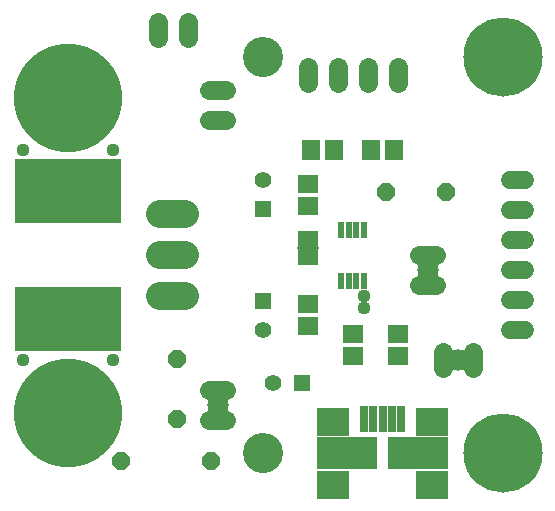
<source format=gts>
G75*
%MOIN*%
%OFA0B0*%
%FSLAX25Y25*%
%IPPOS*%
%LPD*%
%AMOC8*
5,1,8,0,0,1.08239X$1,22.5*
%
%ADD10R,0.20000X0.11000*%
%ADD11C,0.13398*%
%ADD12R,0.06706X0.05918*%
%ADD13R,0.05918X0.06706*%
%ADD14C,0.06400*%
%ADD15R,0.02375X0.05524*%
%ADD16OC8,0.06000*%
%ADD17C,0.36233*%
%ADD18R,0.35249X0.21272*%
%ADD19R,0.10643X0.09461*%
%ADD20R,0.02769X0.08674*%
%ADD21C,0.04343*%
%ADD22C,0.09200*%
%ADD23R,0.07100X0.05400*%
%ADD24R,0.07200X0.00600*%
%ADD25C,0.06000*%
%ADD26R,0.05400X0.07100*%
%ADD27R,0.00600X0.07200*%
%ADD28R,0.05600X0.05600*%
%ADD29C,0.05600*%
%ADD30C,0.04369*%
%ADD31C,0.26391*%
D10*
X0120084Y0023698D03*
X0143757Y0023618D03*
D11*
X0091937Y0023732D03*
X0091937Y0155732D03*
D12*
X0106937Y0113472D03*
X0106937Y0105992D03*
X0106937Y0073472D03*
X0106937Y0065992D03*
X0121937Y0063472D03*
X0121937Y0055992D03*
X0136937Y0055992D03*
X0136937Y0063472D03*
D13*
X0135677Y0124732D03*
X0128197Y0124732D03*
X0115677Y0124732D03*
X0108197Y0124732D03*
D14*
X0106937Y0146932D02*
X0106937Y0152532D01*
X0116937Y0152532D02*
X0116937Y0146932D01*
X0126937Y0146932D02*
X0126937Y0152532D01*
X0136937Y0152532D02*
X0136937Y0146932D01*
X0079737Y0144732D02*
X0074137Y0144732D01*
X0074137Y0134732D02*
X0079737Y0134732D01*
X0066937Y0161932D02*
X0066937Y0167532D01*
X0056937Y0167532D02*
X0056937Y0161932D01*
X0144137Y0089732D02*
X0149737Y0089732D01*
X0149737Y0079732D02*
X0144137Y0079732D01*
X0151937Y0057532D02*
X0151937Y0051932D01*
X0161937Y0051932D02*
X0161937Y0057532D01*
X0079737Y0044732D02*
X0074137Y0044732D01*
X0074137Y0034732D02*
X0079737Y0034732D01*
D15*
X0118098Y0081241D03*
X0120657Y0081241D03*
X0123217Y0081241D03*
X0125776Y0081241D03*
X0125776Y0098223D03*
X0123217Y0098223D03*
X0120657Y0098223D03*
X0118098Y0098223D03*
D16*
X0132937Y0110732D03*
X0152937Y0110732D03*
X0063413Y0055211D03*
X0063413Y0035211D03*
X0074834Y0021013D03*
X0044834Y0021013D03*
D17*
X0026937Y0037232D03*
X0026937Y0142232D03*
D18*
X0026937Y0110992D03*
X0026937Y0068472D03*
D19*
X0115406Y0034078D03*
X0115406Y0013211D03*
X0148477Y0013211D03*
X0148477Y0034078D03*
D20*
X0138241Y0035062D03*
X0135092Y0035062D03*
X0131942Y0035062D03*
X0128792Y0035062D03*
X0125643Y0035062D03*
D21*
X0125052Y0026204D03*
X0138832Y0026204D03*
D22*
X0066137Y0075952D02*
X0057737Y0075952D01*
X0057737Y0089732D02*
X0066137Y0089732D01*
X0066137Y0103511D02*
X0057737Y0103511D01*
D23*
X0106937Y0095232D03*
X0106937Y0089232D03*
X0146937Y0087732D03*
X0146937Y0081732D03*
X0076937Y0042732D03*
X0076937Y0036732D03*
D24*
X0076937Y0039732D03*
X0106937Y0092232D03*
X0146937Y0084732D03*
D25*
X0174337Y0084732D02*
X0179537Y0084732D01*
X0179537Y0094732D02*
X0174337Y0094732D01*
X0174337Y0104732D02*
X0179537Y0104732D01*
X0179537Y0114732D02*
X0174337Y0114732D01*
X0174337Y0074732D02*
X0179537Y0074732D01*
X0179537Y0064732D02*
X0174337Y0064732D01*
D26*
X0159937Y0054732D03*
X0153937Y0054732D03*
D27*
X0156937Y0054732D03*
D28*
X0105239Y0046952D03*
X0091937Y0074532D03*
X0091937Y0104932D03*
D29*
X0091937Y0114732D03*
X0091937Y0064732D03*
X0095439Y0046952D03*
D30*
X0125776Y0071935D03*
X0125776Y0075935D03*
X0041937Y0059732D03*
X0041937Y0054732D03*
X0036937Y0059732D03*
X0031937Y0059732D03*
X0026937Y0059732D03*
X0021937Y0059732D03*
X0016937Y0059732D03*
X0011937Y0059732D03*
X0011937Y0054732D03*
X0011937Y0119732D03*
X0016937Y0119732D03*
X0021937Y0119732D03*
X0026937Y0119732D03*
X0031937Y0119732D03*
X0036937Y0119732D03*
X0041937Y0119732D03*
X0041937Y0124732D03*
X0011937Y0124732D03*
D31*
X0171937Y0155732D03*
X0171937Y0023732D03*
M02*

</source>
